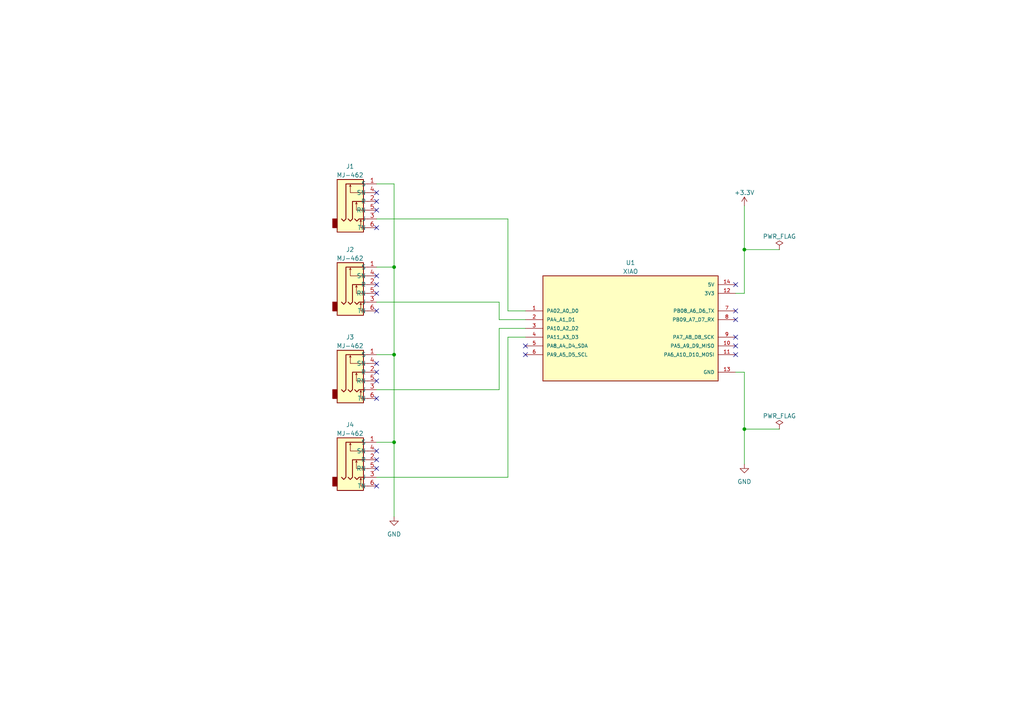
<source format=kicad_sch>
(kicad_sch (version 20230121) (generator eeschema)

  (uuid 9225538b-630f-416d-ac3f-22eb0649ae1c)

  (paper "A4")

  (title_block
    (title "Footcon")
    (date "2023-02-27")
    (rev "0.1.0")
  )

  (lib_symbols
    (symbol "MJ-462:MJ-462" (in_bom yes) (on_board yes)
      (property "Reference" "J" (at -5.08 7.62 0)
        (effects (font (size 1.27 1.27)))
      )
      (property "Value" "MJ-462" (at -2.54 -10.16 0)
        (effects (font (size 1.27 1.27)))
      )
      (property "Footprint" "MJ-462:MJ-462" (at -1.27 -12.7 0)
        (effects (font (size 1.27 1.27)) hide)
      )
      (property "Datasheet" "~" (at -1.27 0 0)
        (effects (font (size 1.27 1.27)) hide)
      )
      (property "ki_keywords" "MJ-462 stereo audio jack" (at 0 0 0)
        (effects (font (size 1.27 1.27)) hide)
      )
      (property "ki_description" "MJ-462 stereo audio jack" (at 0 0 0)
        (effects (font (size 1.27 1.27)) hide)
      )
      (property "ki_fp_filters" "Jack*" (at 0 0 0)
        (effects (font (size 1.27 1.27)) hide)
      )
      (symbol "MJ-462_0_1"
        (rectangle (start -6.35 -5.08) (end -7.62 -7.62)
          (stroke (width 0.254) (type default))
          (fill (type outline))
        )
        (rectangle (start -6.35 6.35) (end 1.27 -8.89)
          (stroke (width 0.254) (type default))
          (fill (type background))
        )
        (polyline
          (pts
            (xy -2.54 4.826)
            (xy -2.286 4.318)
          )
          (stroke (width 0) (type default))
          (fill (type none))
        )
        (polyline
          (pts
            (xy -0.762 -0.254)
            (xy -0.508 -0.762)
          )
          (stroke (width 0) (type default))
          (fill (type none))
        )
        (polyline
          (pts
            (xy 0.508 -5.334)
            (xy 0.762 -5.842)
          )
          (stroke (width 0) (type default))
          (fill (type none))
        )
        (polyline
          (pts
            (xy 1.27 0)
            (xy 2.54 0)
          )
          (stroke (width 0) (type default))
          (fill (type none))
        )
        (polyline
          (pts
            (xy 2.54 -5.08)
            (xy 1.27 -5.08)
          )
          (stroke (width 0) (type default))
          (fill (type none))
        )
        (polyline
          (pts
            (xy 2.54 5.08)
            (xy 1.27 5.08)
          )
          (stroke (width 0) (type default))
          (fill (type none))
        )
        (polyline
          (pts
            (xy -1.27 -5.08)
            (xy -0.635 -5.715)
            (xy 0 -5.08)
            (xy 1.27 -5.08)
          )
          (stroke (width 0.254) (type default))
          (fill (type none))
        )
        (polyline
          (pts
            (xy 2.54 -7.62)
            (xy 0.508 -7.62)
            (xy 0.508 -5.334)
            (xy 0.254 -5.842)
          )
          (stroke (width 0) (type default))
          (fill (type none))
        )
        (polyline
          (pts
            (xy 2.54 -2.54)
            (xy -0.762 -2.54)
            (xy -0.762 -0.254)
            (xy -1.016 -0.762)
          )
          (stroke (width 0) (type default))
          (fill (type none))
        )
        (polyline
          (pts
            (xy 2.54 2.54)
            (xy -2.54 2.54)
            (xy -2.54 4.826)
            (xy -2.794 4.318)
          )
          (stroke (width 0) (type default))
          (fill (type none))
        )
        (polyline
          (pts
            (xy -3.175 -5.08)
            (xy -2.54 -5.715)
            (xy -1.905 -5.08)
            (xy -1.905 0)
            (xy 1.27 0)
          )
          (stroke (width 0.254) (type default))
          (fill (type none))
        )
        (polyline
          (pts
            (xy 1.27 5.08)
            (xy -3.81 5.08)
            (xy -3.81 -5.08)
            (xy -4.445 -5.715)
            (xy -5.08 -5.08)
          )
          (stroke (width 0.254) (type default))
          (fill (type none))
        )
      )
      (symbol "MJ-462_1_1"
        (pin passive line (at 5.08 5.08 180) (length 2.54)
          (name "S" (effects (font (size 1.27 1.27))))
          (number "1" (effects (font (size 1.27 1.27))))
        )
        (pin passive line (at 5.08 0 180) (length 2.54)
          (name "R" (effects (font (size 1.27 1.27))))
          (number "2" (effects (font (size 1.27 1.27))))
        )
        (pin passive line (at 5.08 -5.08 180) (length 2.54)
          (name "J" (effects (font (size 1.27 1.27))))
          (number "3" (effects (font (size 1.27 1.27))))
        )
        (pin passive line (at 5.08 2.54 180) (length 2.54)
          (name "SN" (effects (font (size 1.27 1.27))))
          (number "4" (effects (font (size 1.27 1.27))))
        )
        (pin passive line (at 5.08 -2.54 180) (length 2.54)
          (name "RN" (effects (font (size 1.27 1.27))))
          (number "5" (effects (font (size 1.27 1.27))))
        )
        (pin passive line (at 5.08 -7.62 180) (length 2.54)
          (name "TN" (effects (font (size 1.27 1.27))))
          (number "6" (effects (font (size 1.27 1.27))))
        )
      )
    )
    (symbol "power:+3.3V" (power) (pin_names (offset 0)) (in_bom yes) (on_board yes)
      (property "Reference" "#PWR" (at 0 -3.81 0)
        (effects (font (size 1.27 1.27)) hide)
      )
      (property "Value" "+3.3V" (at 0 3.556 0)
        (effects (font (size 1.27 1.27)))
      )
      (property "Footprint" "" (at 0 0 0)
        (effects (font (size 1.27 1.27)) hide)
      )
      (property "Datasheet" "" (at 0 0 0)
        (effects (font (size 1.27 1.27)) hide)
      )
      (property "ki_keywords" "global power" (at 0 0 0)
        (effects (font (size 1.27 1.27)) hide)
      )
      (property "ki_description" "Power symbol creates a global label with name \"+3.3V\"" (at 0 0 0)
        (effects (font (size 1.27 1.27)) hide)
      )
      (symbol "+3.3V_0_1"
        (polyline
          (pts
            (xy -0.762 1.27)
            (xy 0 2.54)
          )
          (stroke (width 0) (type default))
          (fill (type none))
        )
        (polyline
          (pts
            (xy 0 0)
            (xy 0 2.54)
          )
          (stroke (width 0) (type default))
          (fill (type none))
        )
        (polyline
          (pts
            (xy 0 2.54)
            (xy 0.762 1.27)
          )
          (stroke (width 0) (type default))
          (fill (type none))
        )
      )
      (symbol "+3.3V_1_1"
        (pin power_in line (at 0 0 90) (length 0) hide
          (name "+3.3V" (effects (font (size 1.27 1.27))))
          (number "1" (effects (font (size 1.27 1.27))))
        )
      )
    )
    (symbol "power:GND" (power) (pin_names (offset 0)) (in_bom yes) (on_board yes)
      (property "Reference" "#PWR" (at 0 -6.35 0)
        (effects (font (size 1.27 1.27)) hide)
      )
      (property "Value" "GND" (at 0 -3.81 0)
        (effects (font (size 1.27 1.27)))
      )
      (property "Footprint" "" (at 0 0 0)
        (effects (font (size 1.27 1.27)) hide)
      )
      (property "Datasheet" "" (at 0 0 0)
        (effects (font (size 1.27 1.27)) hide)
      )
      (property "ki_keywords" "global power" (at 0 0 0)
        (effects (font (size 1.27 1.27)) hide)
      )
      (property "ki_description" "Power symbol creates a global label with name \"GND\" , ground" (at 0 0 0)
        (effects (font (size 1.27 1.27)) hide)
      )
      (symbol "GND_0_1"
        (polyline
          (pts
            (xy 0 0)
            (xy 0 -1.27)
            (xy 1.27 -1.27)
            (xy 0 -2.54)
            (xy -1.27 -1.27)
            (xy 0 -1.27)
          )
          (stroke (width 0) (type default))
          (fill (type none))
        )
      )
      (symbol "GND_1_1"
        (pin power_in line (at 0 0 270) (length 0) hide
          (name "GND" (effects (font (size 1.27 1.27))))
          (number "1" (effects (font (size 1.27 1.27))))
        )
      )
    )
    (symbol "power:PWR_FLAG" (power) (pin_numbers hide) (pin_names (offset 0) hide) (in_bom yes) (on_board yes)
      (property "Reference" "#FLG" (at 0 1.905 0)
        (effects (font (size 1.27 1.27)) hide)
      )
      (property "Value" "PWR_FLAG" (at 0 3.81 0)
        (effects (font (size 1.27 1.27)))
      )
      (property "Footprint" "" (at 0 0 0)
        (effects (font (size 1.27 1.27)) hide)
      )
      (property "Datasheet" "~" (at 0 0 0)
        (effects (font (size 1.27 1.27)) hide)
      )
      (property "ki_keywords" "flag power" (at 0 0 0)
        (effects (font (size 1.27 1.27)) hide)
      )
      (property "ki_description" "Special symbol for telling ERC where power comes from" (at 0 0 0)
        (effects (font (size 1.27 1.27)) hide)
      )
      (symbol "PWR_FLAG_0_0"
        (pin power_out line (at 0 0 90) (length 0)
          (name "pwr" (effects (font (size 1.27 1.27))))
          (number "1" (effects (font (size 1.27 1.27))))
        )
      )
      (symbol "PWR_FLAG_0_1"
        (polyline
          (pts
            (xy 0 0)
            (xy 0 1.27)
            (xy -1.016 1.905)
            (xy 0 2.54)
            (xy 1.016 1.905)
            (xy 0 1.27)
          )
          (stroke (width 0) (type default))
          (fill (type none))
        )
      )
    )
    (symbol "xiao:102010388" (pin_names (offset 1.016)) (in_bom yes) (on_board yes)
      (property "Reference" "U" (at -25.4 16.002 0)
        (effects (font (size 1.27 1.27)) (justify left bottom))
      )
      (property "Value" "102010388" (at -25.4 -17.78 0)
        (effects (font (size 1.27 1.27)) (justify left bottom))
      )
      (property "Footprint" "MODULE_102010388" (at 0 0 0)
        (effects (font (size 1.27 1.27)) (justify bottom) hide)
      )
      (property "Datasheet" "" (at 0 0 0)
        (effects (font (size 1.27 1.27)) hide)
      )
      (property "SNAPEDA_PN" "102010388" (at 0 0 0)
        (effects (font (size 1.27 1.27)) (justify bottom) hide)
      )
      (property "STANDARD" "Manufacturer Recommendations" (at 0 0 0)
        (effects (font (size 1.27 1.27)) (justify bottom) hide)
      )
      (property "PARTREV" "N/A" (at 0 0 0)
        (effects (font (size 1.27 1.27)) (justify bottom) hide)
      )
      (property "MANUFACTURER" "Seeed Technology" (at 0 0 0)
        (effects (font (size 1.27 1.27)) (justify bottom) hide)
      )
      (property "MAXIMUM_PACKAGE_HEIGHT" "N/A" (at 0 0 0)
        (effects (font (size 1.27 1.27)) (justify bottom) hide)
      )
      (symbol "102010388_0_0"
        (rectangle (start -25.4 -15.24) (end 25.4 15.24)
          (stroke (width 0.254) (type default))
          (fill (type background))
        )
        (pin bidirectional line (at -30.48 5.08 0) (length 5.08)
          (name "PA02_A0_D0" (effects (font (size 1.016 1.016))))
          (number "1" (effects (font (size 1.016 1.016))))
        )
        (pin bidirectional line (at 30.48 -5.08 180) (length 5.08)
          (name "PA5_A9_D9_MISO" (effects (font (size 1.016 1.016))))
          (number "10" (effects (font (size 1.016 1.016))))
        )
        (pin bidirectional line (at 30.48 -7.62 180) (length 5.08)
          (name "PA6_A10_D10_MOSI" (effects (font (size 1.016 1.016))))
          (number "11" (effects (font (size 1.016 1.016))))
        )
        (pin power_in line (at 30.48 10.16 180) (length 5.08)
          (name "3V3" (effects (font (size 1.016 1.016))))
          (number "12" (effects (font (size 1.016 1.016))))
        )
        (pin power_in line (at 30.48 -12.7 180) (length 5.08)
          (name "GND" (effects (font (size 1.016 1.016))))
          (number "13" (effects (font (size 1.016 1.016))))
        )
        (pin power_in line (at 30.48 12.7 180) (length 5.08)
          (name "5V" (effects (font (size 1.016 1.016))))
          (number "14" (effects (font (size 1.016 1.016))))
        )
        (pin bidirectional line (at -30.48 2.54 0) (length 5.08)
          (name "PA4_A1_D1" (effects (font (size 1.016 1.016))))
          (number "2" (effects (font (size 1.016 1.016))))
        )
        (pin bidirectional line (at -30.48 0 0) (length 5.08)
          (name "PA10_A2_D2" (effects (font (size 1.016 1.016))))
          (number "3" (effects (font (size 1.016 1.016))))
        )
        (pin bidirectional line (at -30.48 -2.54 0) (length 5.08)
          (name "PA11_A3_D3" (effects (font (size 1.016 1.016))))
          (number "4" (effects (font (size 1.016 1.016))))
        )
        (pin bidirectional line (at -30.48 -5.08 0) (length 5.08)
          (name "PA8_A4_D4_SDA" (effects (font (size 1.016 1.016))))
          (number "5" (effects (font (size 1.016 1.016))))
        )
        (pin bidirectional line (at -30.48 -7.62 0) (length 5.08)
          (name "PA9_A5_D5_SCL" (effects (font (size 1.016 1.016))))
          (number "6" (effects (font (size 1.016 1.016))))
        )
        (pin bidirectional line (at 30.48 5.08 180) (length 5.08)
          (name "PB08_A6_D6_TX" (effects (font (size 1.016 1.016))))
          (number "7" (effects (font (size 1.016 1.016))))
        )
        (pin bidirectional line (at 30.48 2.54 180) (length 5.08)
          (name "PB09_A7_D7_RX" (effects (font (size 1.016 1.016))))
          (number "8" (effects (font (size 1.016 1.016))))
        )
        (pin bidirectional line (at 30.48 -2.54 180) (length 5.08)
          (name "PA7_A8_D8_SCK" (effects (font (size 1.016 1.016))))
          (number "9" (effects (font (size 1.016 1.016))))
        )
      )
    )
  )

  (junction (at 215.9 124.46) (diameter 0) (color 0 0 0 0)
    (uuid 1fc7f840-79c0-451a-9ac5-76f81e26c034)
  )
  (junction (at 215.9 72.39) (diameter 0) (color 0 0 0 0)
    (uuid 484363e8-6417-4489-9f58-f216368ce1fa)
  )
  (junction (at 114.3 77.47) (diameter 0) (color 0 0 0 0)
    (uuid 4fdad98e-e9ff-43be-9504-718818d5eeb2)
  )
  (junction (at 114.3 102.87) (diameter 0) (color 0 0 0 0)
    (uuid adca3a12-96ed-4434-958b-8bb688c59fd6)
  )
  (junction (at 114.3 128.27) (diameter 0) (color 0 0 0 0)
    (uuid e4f95274-83db-4a42-bb17-bd9d4df6c628)
  )

  (no_connect (at 213.36 90.17) (uuid 01af0680-8b45-439f-a621-2c0ca1196eb0))
  (no_connect (at 109.22 90.17) (uuid 1a386455-9f67-43a1-8277-2b3520638a5c))
  (no_connect (at 109.22 58.42) (uuid 35348077-7c51-4300-85e1-4a17da5ffd1f))
  (no_connect (at 213.36 82.55) (uuid 39c15c22-1c7f-42d6-8053-30468abf3a5e))
  (no_connect (at 213.36 102.87) (uuid 4edfc8cf-6589-481b-b7f1-328a10ab4245))
  (no_connect (at 109.22 82.55) (uuid 4f52c8de-89a4-49b9-9a48-9203dc62cbe4))
  (no_connect (at 109.22 140.97) (uuid 5880c95c-774d-4546-ad36-6a1f41a25579))
  (no_connect (at 152.4 102.87) (uuid 5d0eb9e1-61c4-445c-ae16-5317b99041a4))
  (no_connect (at 109.22 115.57) (uuid 5e9e0729-97f4-4639-bf1a-e291f36054e2))
  (no_connect (at 109.22 135.89) (uuid 683fbced-b032-4b62-8270-beba95efe599))
  (no_connect (at 109.22 55.88) (uuid 7b33fa16-1a10-4037-9030-632ed6f5b725))
  (no_connect (at 109.22 133.35) (uuid 82f6080a-f738-4b08-ada9-4d6277c2c830))
  (no_connect (at 109.22 105.41) (uuid 8ed1a358-7a6d-4b46-a3c1-78f716d452f8))
  (no_connect (at 109.22 130.81) (uuid 93a7816e-3512-4806-8a42-142cf01d692c))
  (no_connect (at 213.36 92.71) (uuid 9fccf0fc-41ae-43cf-a49b-d18815538f3e))
  (no_connect (at 109.22 80.01) (uuid a599a104-f742-4223-907f-3c961100f306))
  (no_connect (at 213.36 97.79) (uuid a877d842-dc7e-4337-84d0-22c6bfd2ddcc))
  (no_connect (at 109.22 60.96) (uuid d709e5d9-88ef-4c45-aa81-6f9b74ebe778))
  (no_connect (at 109.22 107.95) (uuid d73dca3a-07d2-48a0-8b8d-2fb9f5cb019a))
  (no_connect (at 152.4 100.33) (uuid f3085577-8220-4276-89b0-6f6a44bbd01a))
  (no_connect (at 213.36 100.33) (uuid f3a834e4-b16c-4ca7-98b1-bb4a5f2980b9))
  (no_connect (at 109.22 66.04) (uuid f411fd25-98ff-4330-b1fe-16c3e3420f82))
  (no_connect (at 109.22 110.49) (uuid f5f099c6-c002-4fa7-943c-3fe9a8eb711a))
  (no_connect (at 109.22 85.09) (uuid fe3b79b8-2a80-476c-b647-6a625fa2cc1a))

  (wire (pts (xy 147.32 138.43) (xy 109.22 138.43))
    (stroke (width 0) (type default))
    (uuid 07c8b203-af0b-4bda-bcb3-02a002ef0a06)
  )
  (wire (pts (xy 114.3 102.87) (xy 114.3 128.27))
    (stroke (width 0) (type default))
    (uuid 0baff039-4308-4034-81f9-a64540d429c5)
  )
  (wire (pts (xy 215.9 85.09) (xy 215.9 72.39))
    (stroke (width 0) (type default))
    (uuid 12aea62d-5833-445c-8adf-ab28f1066dfd)
  )
  (wire (pts (xy 114.3 149.86) (xy 114.3 128.27))
    (stroke (width 0) (type default))
    (uuid 140264ee-1692-4d43-b258-2db860c84edc)
  )
  (wire (pts (xy 147.32 90.17) (xy 147.32 63.5))
    (stroke (width 0) (type default))
    (uuid 1a791870-ff65-4cf0-9639-4e4e5bd74228)
  )
  (wire (pts (xy 109.22 128.27) (xy 114.3 128.27))
    (stroke (width 0) (type default))
    (uuid 1a8d1ac7-d8d4-48f6-b41d-3124b93e32e3)
  )
  (wire (pts (xy 152.4 92.71) (xy 144.78 92.71))
    (stroke (width 0) (type default))
    (uuid 1dd2b3ae-b1f3-44d8-af2a-e7b6002f10a0)
  )
  (wire (pts (xy 114.3 53.34) (xy 114.3 77.47))
    (stroke (width 0) (type default))
    (uuid 2c32ce89-413c-4460-8686-1cf54d2233a7)
  )
  (wire (pts (xy 144.78 87.63) (xy 109.22 87.63))
    (stroke (width 0) (type default))
    (uuid 3230f7c7-4c40-4219-8083-926b91b8d589)
  )
  (wire (pts (xy 152.4 97.79) (xy 147.32 97.79))
    (stroke (width 0) (type default))
    (uuid 357b7384-e04a-45d7-aadf-ca5d64d7197c)
  )
  (wire (pts (xy 213.36 85.09) (xy 215.9 85.09))
    (stroke (width 0) (type default))
    (uuid 3adc4ecb-e20c-43df-8a82-06d1f73c1d08)
  )
  (wire (pts (xy 114.3 77.47) (xy 114.3 102.87))
    (stroke (width 0) (type default))
    (uuid 460e6358-758c-4bb5-89ac-3de72e1c7b16)
  )
  (wire (pts (xy 147.32 63.5) (xy 109.22 63.5))
    (stroke (width 0) (type default))
    (uuid 57070351-45b0-4a1d-9a7e-bb92fce3d95c)
  )
  (wire (pts (xy 109.22 53.34) (xy 114.3 53.34))
    (stroke (width 0) (type default))
    (uuid 5a8fabf1-63a7-4a93-ba91-09541e4941d8)
  )
  (wire (pts (xy 109.22 102.87) (xy 114.3 102.87))
    (stroke (width 0) (type default))
    (uuid 682895d1-ec54-495c-b01c-6c8a7e5e966b)
  )
  (wire (pts (xy 215.9 72.39) (xy 226.06 72.39))
    (stroke (width 0) (type default))
    (uuid 75f9caa8-5b2f-42f6-a9f8-1fccfbcdbf7c)
  )
  (wire (pts (xy 215.9 134.62) (xy 215.9 124.46))
    (stroke (width 0) (type default))
    (uuid 771826b4-18b4-46c7-a7cd-bbbec8675ff8)
  )
  (wire (pts (xy 144.78 95.25) (xy 144.78 113.03))
    (stroke (width 0) (type default))
    (uuid 8187f486-c498-47d8-854c-7024d89d8adc)
  )
  (wire (pts (xy 109.22 77.47) (xy 114.3 77.47))
    (stroke (width 0) (type default))
    (uuid 82f3a84e-ce52-42f1-915f-cc28d07d6621)
  )
  (wire (pts (xy 213.36 107.95) (xy 215.9 107.95))
    (stroke (width 0) (type default))
    (uuid 839c3163-49a4-46ac-9bc9-cd0a0f4b055e)
  )
  (wire (pts (xy 109.22 113.03) (xy 144.78 113.03))
    (stroke (width 0) (type default))
    (uuid 93ed561b-63f6-4b70-8228-f220f5493f6f)
  )
  (wire (pts (xy 152.4 95.25) (xy 144.78 95.25))
    (stroke (width 0) (type default))
    (uuid 964e48ca-776d-49ff-94ff-0e49c240434e)
  )
  (wire (pts (xy 147.32 97.79) (xy 147.32 138.43))
    (stroke (width 0) (type default))
    (uuid a339230a-ecaa-40d7-b7b8-5fcbc7540eda)
  )
  (wire (pts (xy 144.78 92.71) (xy 144.78 87.63))
    (stroke (width 0) (type default))
    (uuid dd8d8082-79d4-44ef-a69d-6b0cb7eb9f0e)
  )
  (wire (pts (xy 215.9 72.39) (xy 215.9 59.69))
    (stroke (width 0) (type default))
    (uuid ea9990f7-43d8-4d47-841a-6017192e6240)
  )
  (wire (pts (xy 215.9 124.46) (xy 215.9 107.95))
    (stroke (width 0) (type default))
    (uuid ebba2053-4f6d-4bc2-a76d-c7d4ef9003f5)
  )
  (wire (pts (xy 215.9 124.46) (xy 226.06 124.46))
    (stroke (width 0) (type default))
    (uuid ed3dad7d-dc83-4ced-ad4b-c60dd890d3d0)
  )
  (wire (pts (xy 152.4 90.17) (xy 147.32 90.17))
    (stroke (width 0) (type default))
    (uuid f1e54095-893b-46e4-9407-878263f0f9ff)
  )

  (symbol (lib_id "power:GND") (at 215.9 134.62 0) (unit 1)
    (in_bom yes) (on_board yes) (dnp no) (fields_autoplaced)
    (uuid 0a1ff640-308e-4492-ac99-7fc43c98fb44)
    (property "Reference" "#PWR02" (at 215.9 140.97 0)
      (effects (font (size 1.27 1.27)) hide)
    )
    (property "Value" "GND" (at 215.9 139.7 0)
      (effects (font (size 1.27 1.27)))
    )
    (property "Footprint" "" (at 215.9 134.62 0)
      (effects (font (size 1.27 1.27)) hide)
    )
    (property "Datasheet" "" (at 215.9 134.62 0)
      (effects (font (size 1.27 1.27)) hide)
    )
    (pin "1" (uuid 0823ee19-f05a-41bd-a6aa-42535165849f))
    (instances
      (project "footcon"
        (path "/9225538b-630f-416d-ac3f-22eb0649ae1c"
          (reference "#PWR02") (unit 1)
        )
      )
    )
  )

  (symbol (lib_id "MJ-462:MJ-462") (at 104.14 58.42 0) (unit 1)
    (in_bom yes) (on_board yes) (dnp no) (fields_autoplaced)
    (uuid 24263287-b0a0-4e59-a92f-0ab7064c162f)
    (property "Reference" "J1" (at 101.5365 48.26 0)
      (effects (font (size 1.27 1.27)))
    )
    (property "Value" "MJ-462" (at 101.5365 50.8 0)
      (effects (font (size 1.27 1.27)))
    )
    (property "Footprint" "MJ-462:MJ-462" (at 102.87 71.12 0)
      (effects (font (size 1.27 1.27)) hide)
    )
    (property "Datasheet" "~" (at 102.87 58.42 0)
      (effects (font (size 1.27 1.27)) hide)
    )
    (pin "1" (uuid 63dd142e-e322-4629-a6c4-dd62995b3eaf))
    (pin "2" (uuid 04240c27-221d-4dad-8949-fe9498ca76ab))
    (pin "3" (uuid 1d2b1e14-8991-43ae-a62d-98cf5a12114e))
    (pin "4" (uuid b8065be3-1f66-4de3-b10a-25c897343315))
    (pin "5" (uuid d43d46a8-febd-4aed-95dc-3c9bb23be475))
    (pin "6" (uuid 28a50e92-825a-4f45-aed5-5b63feae722b))
    (instances
      (project "footcon"
        (path "/9225538b-630f-416d-ac3f-22eb0649ae1c"
          (reference "J1") (unit 1)
        )
      )
    )
  )

  (symbol (lib_id "power:+3.3V") (at 215.9 59.69 0) (unit 1)
    (in_bom yes) (on_board yes) (dnp no)
    (uuid 42ee367d-49c0-408a-a2c3-9d28714d818a)
    (property "Reference" "#PWR03" (at 215.9 63.5 0)
      (effects (font (size 1.27 1.27)) hide)
    )
    (property "Value" "+3.3V" (at 215.9 55.88 0)
      (effects (font (size 1.27 1.27)))
    )
    (property "Footprint" "" (at 215.9 59.69 0)
      (effects (font (size 1.27 1.27)) hide)
    )
    (property "Datasheet" "" (at 215.9 59.69 0)
      (effects (font (size 1.27 1.27)) hide)
    )
    (pin "1" (uuid 6a06a658-e825-44ee-99df-2da10d6f42cc))
    (instances
      (project "footcon"
        (path "/9225538b-630f-416d-ac3f-22eb0649ae1c"
          (reference "#PWR03") (unit 1)
        )
      )
    )
  )

  (symbol (lib_id "MJ-462:MJ-462") (at 104.14 133.35 0) (unit 1)
    (in_bom yes) (on_board yes) (dnp no) (fields_autoplaced)
    (uuid 4b68cf42-c42d-45bd-89c7-d669cff88e6f)
    (property "Reference" "J4" (at 101.5365 123.19 0)
      (effects (font (size 1.27 1.27)))
    )
    (property "Value" "MJ-462" (at 101.5365 125.73 0)
      (effects (font (size 1.27 1.27)))
    )
    (property "Footprint" "MJ-462:MJ-462" (at 102.87 146.05 0)
      (effects (font (size 1.27 1.27)) hide)
    )
    (property "Datasheet" "~" (at 102.87 133.35 0)
      (effects (font (size 1.27 1.27)) hide)
    )
    (pin "1" (uuid 1c3ae74a-39c4-4416-840b-19a19211da89))
    (pin "2" (uuid 3f7e519d-5104-4b76-b897-e701d8f8d4c8))
    (pin "3" (uuid 53ec3284-5d59-4831-9f99-ef18308f9748))
    (pin "4" (uuid 63b20c17-a1ed-4d83-967b-08f010a0a570))
    (pin "5" (uuid 494c2638-354f-4ea8-89e2-1b43b0152080))
    (pin "6" (uuid f1e52d04-5f3a-4043-b14d-bdf946e5d414))
    (instances
      (project "footcon"
        (path "/9225538b-630f-416d-ac3f-22eb0649ae1c"
          (reference "J4") (unit 1)
        )
      )
    )
  )

  (symbol (lib_id "MJ-462:MJ-462") (at 104.14 82.55 0) (unit 1)
    (in_bom yes) (on_board yes) (dnp no) (fields_autoplaced)
    (uuid 561232a1-2375-4941-90ed-aae41d45b66e)
    (property "Reference" "J2" (at 101.5365 72.39 0)
      (effects (font (size 1.27 1.27)))
    )
    (property "Value" "MJ-462" (at 101.5365 74.93 0)
      (effects (font (size 1.27 1.27)))
    )
    (property "Footprint" "MJ-462:MJ-462" (at 102.87 95.25 0)
      (effects (font (size 1.27 1.27)) hide)
    )
    (property "Datasheet" "~" (at 102.87 82.55 0)
      (effects (font (size 1.27 1.27)) hide)
    )
    (pin "1" (uuid 5d1e7b51-418b-4fc1-849b-a12fbec32607))
    (pin "2" (uuid 04cf435f-3b2f-4d50-8f65-30b507f5d862))
    (pin "3" (uuid 3afded45-c2b4-483a-8a6e-5bed81a35f87))
    (pin "4" (uuid 7cf752a7-421c-465f-9a37-c61b9e2dff90))
    (pin "5" (uuid 0374e1e8-9b02-4b1d-83a9-bafcad3ea8e1))
    (pin "6" (uuid 4c5858af-2674-4375-947a-e078f3fbd15e))
    (instances
      (project "footcon"
        (path "/9225538b-630f-416d-ac3f-22eb0649ae1c"
          (reference "J2") (unit 1)
        )
      )
    )
  )

  (symbol (lib_id "power:PWR_FLAG") (at 226.06 72.39 0) (unit 1)
    (in_bom yes) (on_board yes) (dnp no) (fields_autoplaced)
    (uuid 58ee1940-4f21-4168-99b9-bcb37c265f0c)
    (property "Reference" "#FLG01" (at 226.06 70.485 0)
      (effects (font (size 1.27 1.27)) hide)
    )
    (property "Value" "PWR_FLAG" (at 226.06 68.58 0)
      (effects (font (size 1.27 1.27)))
    )
    (property "Footprint" "" (at 226.06 72.39 0)
      (effects (font (size 1.27 1.27)) hide)
    )
    (property "Datasheet" "~" (at 226.06 72.39 0)
      (effects (font (size 1.27 1.27)) hide)
    )
    (pin "1" (uuid 00aad463-f6d5-413f-9af9-77596d11ed1f))
    (instances
      (project "footcon"
        (path "/9225538b-630f-416d-ac3f-22eb0649ae1c"
          (reference "#FLG01") (unit 1)
        )
      )
    )
  )

  (symbol (lib_id "MJ-462:MJ-462") (at 104.14 107.95 0) (unit 1)
    (in_bom yes) (on_board yes) (dnp no) (fields_autoplaced)
    (uuid 6a943e3c-f424-4ce3-a7b3-0951a63aa1b7)
    (property "Reference" "J3" (at 101.5365 97.79 0)
      (effects (font (size 1.27 1.27)))
    )
    (property "Value" "MJ-462" (at 101.5365 100.33 0)
      (effects (font (size 1.27 1.27)))
    )
    (property "Footprint" "MJ-462:MJ-462" (at 102.87 120.65 0)
      (effects (font (size 1.27 1.27)) hide)
    )
    (property "Datasheet" "~" (at 102.87 107.95 0)
      (effects (font (size 1.27 1.27)) hide)
    )
    (pin "1" (uuid 8ec7016f-e86f-4921-891d-3e73a7c48920))
    (pin "2" (uuid 5ce08406-393e-423f-93cb-75a4b20b0e1f))
    (pin "3" (uuid aec67d9d-bef0-410e-b626-02ded2481007))
    (pin "4" (uuid 5e09a8f0-e60b-44d9-b4f2-83356de3d483))
    (pin "5" (uuid 24955199-a540-4c12-a668-6b231338a527))
    (pin "6" (uuid eb398aaa-35c6-4650-9c68-4c03db772a6a))
    (instances
      (project "footcon"
        (path "/9225538b-630f-416d-ac3f-22eb0649ae1c"
          (reference "J3") (unit 1)
        )
      )
    )
  )

  (symbol (lib_id "xiao:102010388") (at 182.88 95.25 0) (unit 1)
    (in_bom yes) (on_board yes) (dnp no) (fields_autoplaced)
    (uuid d4160dda-1780-4153-b368-cf81493db7b8)
    (property "Reference" "U1" (at 182.88 76.2 0)
      (effects (font (size 1.27 1.27)))
    )
    (property "Value" "XIAO" (at 182.88 78.74 0)
      (effects (font (size 1.27 1.27)))
    )
    (property "Footprint" "MODULE_102010388" (at 182.88 95.25 0)
      (effects (font (size 1.27 1.27)) (justify bottom) hide)
    )
    (property "Datasheet" "" (at 182.88 95.25 0)
      (effects (font (size 1.27 1.27)) hide)
    )
    (property "SNAPEDA_PN" "102010388" (at 182.88 95.25 0)
      (effects (font (size 1.27 1.27)) (justify bottom) hide)
    )
    (property "STANDARD" "Manufacturer Recommendations" (at 182.88 95.25 0)
      (effects (font (size 1.27 1.27)) (justify bottom) hide)
    )
    (property "PARTREV" "N/A" (at 182.88 95.25 0)
      (effects (font (size 1.27 1.27)) (justify bottom) hide)
    )
    (property "MANUFACTURER" "Seeed Technology" (at 182.88 95.25 0)
      (effects (font (size 1.27 1.27)) (justify bottom) hide)
    )
    (property "MAXIMUM_PACKAGE_HEIGHT" "N/A" (at 182.88 95.25 0)
      (effects (font (size 1.27 1.27)) (justify bottom) hide)
    )
    (pin "1" (uuid 8eb76fc2-bfd5-46ff-8702-5cd3720bb01b))
    (pin "10" (uuid 7eaf7678-31af-4726-8ab4-3ac30d86f09b))
    (pin "11" (uuid ccb009b4-b5ba-4be4-bf85-55805d8ce4e5))
    (pin "12" (uuid f513c0c6-02ac-41b5-9f48-7ff3aebf67fe))
    (pin "13" (uuid 7f03422e-a6ef-479e-896d-5fcf7b4e4e3f))
    (pin "14" (uuid f3b2c499-6bd4-4007-aa85-8666cec2f55a))
    (pin "2" (uuid 1d13f79c-1183-4afb-80f4-3f641469bc8a))
    (pin "3" (uuid 2be8c971-2ddd-436c-b430-bb91d9318983))
    (pin "4" (uuid 3feb1b50-f5cd-4db2-a83f-6585b6bbddab))
    (pin "5" (uuid 25968e39-4d70-4aed-a7b4-6bab515937a8))
    (pin "6" (uuid e1a753a9-d00a-4317-b9a9-b0e94f9e033b))
    (pin "7" (uuid 1bacc28c-7f9b-4a0a-adf8-bdddf3f911fa))
    (pin "8" (uuid db32bf8c-99a5-4ee4-b6a7-70e35f5996d9))
    (pin "9" (uuid f78b0694-e108-46f2-9ced-8713b37888c0))
    (instances
      (project "footcon"
        (path "/9225538b-630f-416d-ac3f-22eb0649ae1c"
          (reference "U1") (unit 1)
        )
      )
    )
  )

  (symbol (lib_id "power:PWR_FLAG") (at 226.06 124.46 0) (unit 1)
    (in_bom yes) (on_board yes) (dnp no) (fields_autoplaced)
    (uuid f4466029-372d-4e62-b377-ee0e1f42999f)
    (property "Reference" "#FLG02" (at 226.06 122.555 0)
      (effects (font (size 1.27 1.27)) hide)
    )
    (property "Value" "PWR_FLAG" (at 226.06 120.65 0)
      (effects (font (size 1.27 1.27)))
    )
    (property "Footprint" "" (at 226.06 124.46 0)
      (effects (font (size 1.27 1.27)) hide)
    )
    (property "Datasheet" "~" (at 226.06 124.46 0)
      (effects (font (size 1.27 1.27)) hide)
    )
    (pin "1" (uuid b0a6e548-687b-4b04-a074-39e9ea2ccef1))
    (instances
      (project "footcon"
        (path "/9225538b-630f-416d-ac3f-22eb0649ae1c"
          (reference "#FLG02") (unit 1)
        )
      )
    )
  )

  (symbol (lib_id "power:GND") (at 114.3 149.86 0) (unit 1)
    (in_bom yes) (on_board yes) (dnp no) (fields_autoplaced)
    (uuid f5a80db8-14fa-4cdf-b259-9b5ebfc0bfc4)
    (property "Reference" "#PWR01" (at 114.3 156.21 0)
      (effects (font (size 1.27 1.27)) hide)
    )
    (property "Value" "GND" (at 114.3 154.94 0)
      (effects (font (size 1.27 1.27)))
    )
    (property "Footprint" "" (at 114.3 149.86 0)
      (effects (font (size 1.27 1.27)) hide)
    )
    (property "Datasheet" "" (at 114.3 149.86 0)
      (effects (font (size 1.27 1.27)) hide)
    )
    (pin "1" (uuid d50ab6ce-a15c-415d-9847-abaecf407153))
    (instances
      (project "footcon"
        (path "/9225538b-630f-416d-ac3f-22eb0649ae1c"
          (reference "#PWR01") (unit 1)
        )
      )
    )
  )

  (sheet_instances
    (path "/" (page "1"))
  )
)

</source>
